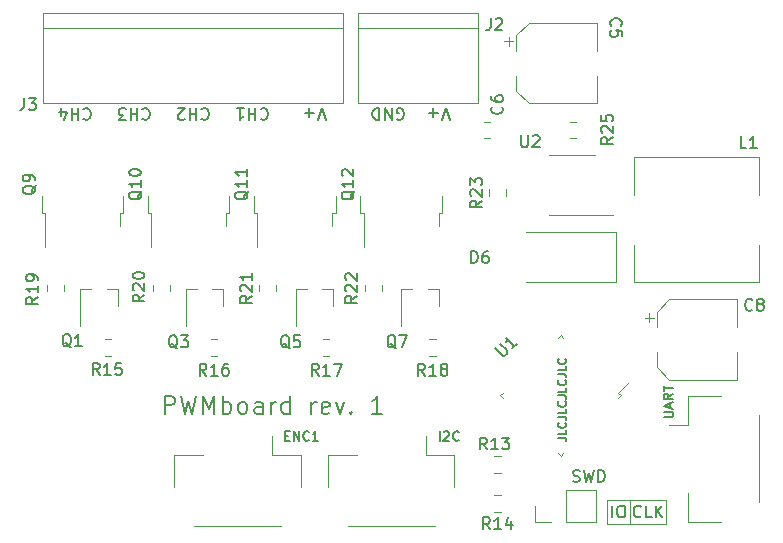
<source format=gbr>
G04 #@! TF.GenerationSoftware,KiCad,Pcbnew,(5.1.5)-3*
G04 #@! TF.CreationDate,2020-11-24T12:16:53+03:00*
G04 #@! TF.ProjectId,fast-pwm,66617374-2d70-4776-9d2e-6b696361645f,rev?*
G04 #@! TF.SameCoordinates,Original*
G04 #@! TF.FileFunction,Legend,Top*
G04 #@! TF.FilePolarity,Positive*
%FSLAX46Y46*%
G04 Gerber Fmt 4.6, Leading zero omitted, Abs format (unit mm)*
G04 Created by KiCad (PCBNEW (5.1.5)-3) date 2020-11-24 12:16:53*
%MOMM*%
%LPD*%
G04 APERTURE LIST*
%ADD10C,0.150000*%
%ADD11C,0.120000*%
G04 APERTURE END LIST*
D10*
X73116666Y-153733333D02*
X73616666Y-153733333D01*
X73716666Y-153766666D01*
X73783333Y-153833333D01*
X73816666Y-153933333D01*
X73816666Y-154000000D01*
X73816666Y-153066666D02*
X73816666Y-153400000D01*
X73116666Y-153400000D01*
X73750000Y-152433333D02*
X73783333Y-152466666D01*
X73816666Y-152566666D01*
X73816666Y-152633333D01*
X73783333Y-152733333D01*
X73716666Y-152800000D01*
X73650000Y-152833333D01*
X73516666Y-152866666D01*
X73416666Y-152866666D01*
X73283333Y-152833333D01*
X73216666Y-152800000D01*
X73150000Y-152733333D01*
X73116666Y-152633333D01*
X73116666Y-152566666D01*
X73150000Y-152466666D01*
X73183333Y-152433333D01*
X73116666Y-151933333D02*
X73616666Y-151933333D01*
X73716666Y-151966666D01*
X73783333Y-152033333D01*
X73816666Y-152133333D01*
X73816666Y-152200000D01*
X73816666Y-151266666D02*
X73816666Y-151600000D01*
X73116666Y-151600000D01*
X73750000Y-150633333D02*
X73783333Y-150666666D01*
X73816666Y-150766666D01*
X73816666Y-150833333D01*
X73783333Y-150933333D01*
X73716666Y-151000000D01*
X73650000Y-151033333D01*
X73516666Y-151066666D01*
X73416666Y-151066666D01*
X73283333Y-151033333D01*
X73216666Y-151000000D01*
X73150000Y-150933333D01*
X73116666Y-150833333D01*
X73116666Y-150766666D01*
X73150000Y-150666666D01*
X73183333Y-150633333D01*
X73116666Y-150133333D02*
X73616666Y-150133333D01*
X73716666Y-150166666D01*
X73783333Y-150233333D01*
X73816666Y-150333333D01*
X73816666Y-150400000D01*
X73816666Y-149466666D02*
X73816666Y-149800000D01*
X73116666Y-149800000D01*
X73750000Y-148833333D02*
X73783333Y-148866666D01*
X73816666Y-148966666D01*
X73816666Y-149033333D01*
X73783333Y-149133333D01*
X73716666Y-149200000D01*
X73650000Y-149233333D01*
X73516666Y-149266666D01*
X73416666Y-149266666D01*
X73283333Y-149233333D01*
X73216666Y-149200000D01*
X73150000Y-149133333D01*
X73116666Y-149033333D01*
X73116666Y-148966666D01*
X73150000Y-148866666D01*
X73183333Y-148833333D01*
X73116666Y-148333333D02*
X73616666Y-148333333D01*
X73716666Y-148366666D01*
X73783333Y-148433333D01*
X73816666Y-148533333D01*
X73816666Y-148600000D01*
X73816666Y-147666666D02*
X73816666Y-148000000D01*
X73116666Y-148000000D01*
X73750000Y-147033333D02*
X73783333Y-147066666D01*
X73816666Y-147166666D01*
X73816666Y-147233333D01*
X73783333Y-147333333D01*
X73716666Y-147400000D01*
X73650000Y-147433333D01*
X73516666Y-147466666D01*
X73416666Y-147466666D01*
X73283333Y-147433333D01*
X73216666Y-147400000D01*
X73150000Y-147333333D01*
X73116666Y-147233333D01*
X73116666Y-147166666D01*
X73150000Y-147066666D01*
X73183333Y-147033333D01*
X39821428Y-151678571D02*
X39821428Y-150178571D01*
X40392857Y-150178571D01*
X40535714Y-150250000D01*
X40607142Y-150321428D01*
X40678571Y-150464285D01*
X40678571Y-150678571D01*
X40607142Y-150821428D01*
X40535714Y-150892857D01*
X40392857Y-150964285D01*
X39821428Y-150964285D01*
X41178571Y-150178571D02*
X41535714Y-151678571D01*
X41821428Y-150607142D01*
X42107142Y-151678571D01*
X42464285Y-150178571D01*
X43035714Y-151678571D02*
X43035714Y-150178571D01*
X43535714Y-151250000D01*
X44035714Y-150178571D01*
X44035714Y-151678571D01*
X44750000Y-151678571D02*
X44750000Y-150178571D01*
X44750000Y-150750000D02*
X44892857Y-150678571D01*
X45178571Y-150678571D01*
X45321428Y-150750000D01*
X45392857Y-150821428D01*
X45464285Y-150964285D01*
X45464285Y-151392857D01*
X45392857Y-151535714D01*
X45321428Y-151607142D01*
X45178571Y-151678571D01*
X44892857Y-151678571D01*
X44750000Y-151607142D01*
X46321428Y-151678571D02*
X46178571Y-151607142D01*
X46107142Y-151535714D01*
X46035714Y-151392857D01*
X46035714Y-150964285D01*
X46107142Y-150821428D01*
X46178571Y-150750000D01*
X46321428Y-150678571D01*
X46535714Y-150678571D01*
X46678571Y-150750000D01*
X46750000Y-150821428D01*
X46821428Y-150964285D01*
X46821428Y-151392857D01*
X46750000Y-151535714D01*
X46678571Y-151607142D01*
X46535714Y-151678571D01*
X46321428Y-151678571D01*
X48107142Y-151678571D02*
X48107142Y-150892857D01*
X48035714Y-150750000D01*
X47892857Y-150678571D01*
X47607142Y-150678571D01*
X47464285Y-150750000D01*
X48107142Y-151607142D02*
X47964285Y-151678571D01*
X47607142Y-151678571D01*
X47464285Y-151607142D01*
X47392857Y-151464285D01*
X47392857Y-151321428D01*
X47464285Y-151178571D01*
X47607142Y-151107142D01*
X47964285Y-151107142D01*
X48107142Y-151035714D01*
X48821428Y-151678571D02*
X48821428Y-150678571D01*
X48821428Y-150964285D02*
X48892857Y-150821428D01*
X48964285Y-150750000D01*
X49107142Y-150678571D01*
X49250000Y-150678571D01*
X50392857Y-151678571D02*
X50392857Y-150178571D01*
X50392857Y-151607142D02*
X50250000Y-151678571D01*
X49964285Y-151678571D01*
X49821428Y-151607142D01*
X49750000Y-151535714D01*
X49678571Y-151392857D01*
X49678571Y-150964285D01*
X49750000Y-150821428D01*
X49821428Y-150750000D01*
X49964285Y-150678571D01*
X50250000Y-150678571D01*
X50392857Y-150750000D01*
X52250000Y-151678571D02*
X52250000Y-150678571D01*
X52250000Y-150964285D02*
X52321428Y-150821428D01*
X52392857Y-150750000D01*
X52535714Y-150678571D01*
X52678571Y-150678571D01*
X53750000Y-151607142D02*
X53607142Y-151678571D01*
X53321428Y-151678571D01*
X53178571Y-151607142D01*
X53107142Y-151464285D01*
X53107142Y-150892857D01*
X53178571Y-150750000D01*
X53321428Y-150678571D01*
X53607142Y-150678571D01*
X53750000Y-150750000D01*
X53821428Y-150892857D01*
X53821428Y-151035714D01*
X53107142Y-151178571D01*
X54321428Y-150678571D02*
X54678571Y-151678571D01*
X55035714Y-150678571D01*
X55607142Y-151535714D02*
X55678571Y-151607142D01*
X55607142Y-151678571D01*
X55535714Y-151607142D01*
X55607142Y-151535714D01*
X55607142Y-151678571D01*
X58250000Y-151678571D02*
X57392857Y-151678571D01*
X57821428Y-151678571D02*
X57821428Y-150178571D01*
X57678571Y-150392857D01*
X57535714Y-150535714D01*
X57392857Y-150607142D01*
D11*
X79250000Y-161000000D02*
X79250000Y-159000000D01*
X82250000Y-161000000D02*
X77250000Y-161000000D01*
X82250000Y-159000000D02*
X82250000Y-161000000D01*
X77250000Y-159000000D02*
X82250000Y-159000000D01*
X77250000Y-161000000D02*
X77250000Y-159000000D01*
D10*
X77726190Y-160452380D02*
X77726190Y-159452380D01*
X78392857Y-159452380D02*
X78583333Y-159452380D01*
X78678571Y-159500000D01*
X78773809Y-159595238D01*
X78821428Y-159785714D01*
X78821428Y-160119047D01*
X78773809Y-160309523D01*
X78678571Y-160404761D01*
X78583333Y-160452380D01*
X78392857Y-160452380D01*
X78297619Y-160404761D01*
X78202380Y-160309523D01*
X78154761Y-160119047D01*
X78154761Y-159785714D01*
X78202380Y-159595238D01*
X78297619Y-159500000D01*
X78392857Y-159452380D01*
X80154761Y-160357142D02*
X80107142Y-160404761D01*
X79964285Y-160452380D01*
X79869047Y-160452380D01*
X79726190Y-160404761D01*
X79630952Y-160309523D01*
X79583333Y-160214285D01*
X79535714Y-160023809D01*
X79535714Y-159880952D01*
X79583333Y-159690476D01*
X79630952Y-159595238D01*
X79726190Y-159500000D01*
X79869047Y-159452380D01*
X79964285Y-159452380D01*
X80107142Y-159500000D01*
X80154761Y-159547619D01*
X81059523Y-160452380D02*
X80583333Y-160452380D01*
X80583333Y-159452380D01*
X81392857Y-160452380D02*
X81392857Y-159452380D01*
X81964285Y-160452380D02*
X81535714Y-159880952D01*
X81964285Y-159452380D02*
X81392857Y-160023809D01*
X59511904Y-126750000D02*
X59607142Y-126797619D01*
X59750000Y-126797619D01*
X59892857Y-126750000D01*
X59988095Y-126654761D01*
X60035714Y-126559523D01*
X60083333Y-126369047D01*
X60083333Y-126226190D01*
X60035714Y-126035714D01*
X59988095Y-125940476D01*
X59892857Y-125845238D01*
X59750000Y-125797619D01*
X59654761Y-125797619D01*
X59511904Y-125845238D01*
X59464285Y-125892857D01*
X59464285Y-126226190D01*
X59654761Y-126226190D01*
X59035714Y-125797619D02*
X59035714Y-126797619D01*
X58464285Y-125797619D01*
X58464285Y-126797619D01*
X57988095Y-125797619D02*
X57988095Y-126797619D01*
X57750000Y-126797619D01*
X57607142Y-126750000D01*
X57511904Y-126654761D01*
X57464285Y-126559523D01*
X57416666Y-126369047D01*
X57416666Y-126226190D01*
X57464285Y-126035714D01*
X57511904Y-125940476D01*
X57607142Y-125845238D01*
X57750000Y-125797619D01*
X57988095Y-125797619D01*
X63952380Y-126797619D02*
X63619047Y-125797619D01*
X63285714Y-126797619D01*
X62952380Y-126178571D02*
X62190476Y-126178571D01*
X62571428Y-125797619D02*
X62571428Y-126559523D01*
X53452380Y-126797619D02*
X53119047Y-125797619D01*
X52785714Y-126797619D01*
X52452380Y-126178571D02*
X51690476Y-126178571D01*
X52071428Y-125797619D02*
X52071428Y-126559523D01*
X47940476Y-125892857D02*
X47988095Y-125845238D01*
X48130952Y-125797619D01*
X48226190Y-125797619D01*
X48369047Y-125845238D01*
X48464285Y-125940476D01*
X48511904Y-126035714D01*
X48559523Y-126226190D01*
X48559523Y-126369047D01*
X48511904Y-126559523D01*
X48464285Y-126654761D01*
X48369047Y-126750000D01*
X48226190Y-126797619D01*
X48130952Y-126797619D01*
X47988095Y-126750000D01*
X47940476Y-126702380D01*
X47511904Y-125797619D02*
X47511904Y-126797619D01*
X47511904Y-126321428D02*
X46940476Y-126321428D01*
X46940476Y-125797619D02*
X46940476Y-126797619D01*
X45940476Y-125797619D02*
X46511904Y-125797619D01*
X46226190Y-125797619D02*
X46226190Y-126797619D01*
X46321428Y-126654761D01*
X46416666Y-126559523D01*
X46511904Y-126511904D01*
X42940476Y-125892857D02*
X42988095Y-125845238D01*
X43130952Y-125797619D01*
X43226190Y-125797619D01*
X43369047Y-125845238D01*
X43464285Y-125940476D01*
X43511904Y-126035714D01*
X43559523Y-126226190D01*
X43559523Y-126369047D01*
X43511904Y-126559523D01*
X43464285Y-126654761D01*
X43369047Y-126750000D01*
X43226190Y-126797619D01*
X43130952Y-126797619D01*
X42988095Y-126750000D01*
X42940476Y-126702380D01*
X42511904Y-125797619D02*
X42511904Y-126797619D01*
X42511904Y-126321428D02*
X41940476Y-126321428D01*
X41940476Y-125797619D02*
X41940476Y-126797619D01*
X41511904Y-126702380D02*
X41464285Y-126750000D01*
X41369047Y-126797619D01*
X41130952Y-126797619D01*
X41035714Y-126750000D01*
X40988095Y-126702380D01*
X40940476Y-126607142D01*
X40940476Y-126511904D01*
X40988095Y-126369047D01*
X41559523Y-125797619D01*
X40940476Y-125797619D01*
X37940476Y-125892857D02*
X37988095Y-125845238D01*
X38130952Y-125797619D01*
X38226190Y-125797619D01*
X38369047Y-125845238D01*
X38464285Y-125940476D01*
X38511904Y-126035714D01*
X38559523Y-126226190D01*
X38559523Y-126369047D01*
X38511904Y-126559523D01*
X38464285Y-126654761D01*
X38369047Y-126750000D01*
X38226190Y-126797619D01*
X38130952Y-126797619D01*
X37988095Y-126750000D01*
X37940476Y-126702380D01*
X37511904Y-125797619D02*
X37511904Y-126797619D01*
X37511904Y-126321428D02*
X36940476Y-126321428D01*
X36940476Y-125797619D02*
X36940476Y-126797619D01*
X36559523Y-126797619D02*
X35940476Y-126797619D01*
X36273809Y-126416666D01*
X36130952Y-126416666D01*
X36035714Y-126369047D01*
X35988095Y-126321428D01*
X35940476Y-126226190D01*
X35940476Y-125988095D01*
X35988095Y-125892857D01*
X36035714Y-125845238D01*
X36130952Y-125797619D01*
X36416666Y-125797619D01*
X36511904Y-125845238D01*
X36559523Y-125892857D01*
X32940476Y-125892857D02*
X32988095Y-125845238D01*
X33130952Y-125797619D01*
X33226190Y-125797619D01*
X33369047Y-125845238D01*
X33464285Y-125940476D01*
X33511904Y-126035714D01*
X33559523Y-126226190D01*
X33559523Y-126369047D01*
X33511904Y-126559523D01*
X33464285Y-126654761D01*
X33369047Y-126750000D01*
X33226190Y-126797619D01*
X33130952Y-126797619D01*
X32988095Y-126750000D01*
X32940476Y-126702380D01*
X32511904Y-125797619D02*
X32511904Y-126797619D01*
X32511904Y-126321428D02*
X31940476Y-126321428D01*
X31940476Y-125797619D02*
X31940476Y-126797619D01*
X31035714Y-126464285D02*
X31035714Y-125797619D01*
X31273809Y-126845238D02*
X31511904Y-126130952D01*
X30892857Y-126130952D01*
D11*
X45030000Y-134720000D02*
X45030000Y-135820000D01*
X45300000Y-134720000D02*
X45030000Y-134720000D01*
X45300000Y-133220000D02*
X45300000Y-134720000D01*
X38670000Y-134720000D02*
X38670000Y-137550000D01*
X38400000Y-134720000D02*
X38670000Y-134720000D01*
X38400000Y-133220000D02*
X38400000Y-134720000D01*
X36030000Y-134720000D02*
X36030000Y-135820000D01*
X36300000Y-134720000D02*
X36030000Y-134720000D01*
X36300000Y-133220000D02*
X36300000Y-134720000D01*
X29670000Y-134720000D02*
X29670000Y-137550000D01*
X29400000Y-134720000D02*
X29670000Y-134720000D01*
X29400000Y-133220000D02*
X29400000Y-134720000D01*
X71170000Y-160830000D02*
X71170000Y-159500000D01*
X72500000Y-160830000D02*
X71170000Y-160830000D01*
X73770000Y-160830000D02*
X73770000Y-158170000D01*
X73770000Y-158170000D02*
X76370000Y-158170000D01*
X73770000Y-160830000D02*
X76370000Y-160830000D01*
X76370000Y-160830000D02*
X76370000Y-158170000D01*
X62690000Y-161160000D02*
X55310000Y-161160000D01*
X53640000Y-155140000D02*
X56090000Y-155140000D01*
X53640000Y-157890000D02*
X53640000Y-155140000D01*
X61910000Y-155140000D02*
X61910000Y-153550000D01*
X64360000Y-155140000D02*
X61910000Y-155140000D01*
X64360000Y-157890000D02*
X64360000Y-155140000D01*
X90160000Y-151810000D02*
X90160000Y-159190000D01*
X84140000Y-160860000D02*
X84140000Y-158410000D01*
X86890000Y-160860000D02*
X84140000Y-160860000D01*
X84140000Y-152590000D02*
X82550000Y-152590000D01*
X84140000Y-150140000D02*
X84140000Y-152590000D01*
X86890000Y-150140000D02*
X84140000Y-150140000D01*
X49690000Y-161160000D02*
X42310000Y-161160000D01*
X40640000Y-155140000D02*
X43090000Y-155140000D01*
X40640000Y-157890000D02*
X40640000Y-155140000D01*
X48910000Y-155140000D02*
X48910000Y-153550000D01*
X51360000Y-155140000D02*
X48910000Y-155140000D01*
X51360000Y-157890000D02*
X51360000Y-155140000D01*
X80856250Y-143158750D02*
X80856250Y-143946250D01*
X80462500Y-143552500D02*
X81250000Y-143552500D01*
X81490000Y-147745563D02*
X82554437Y-148810000D01*
X81490000Y-143054437D02*
X82554437Y-141990000D01*
X81490000Y-143054437D02*
X81490000Y-144340000D01*
X81490000Y-147745563D02*
X81490000Y-146460000D01*
X82554437Y-148810000D02*
X88310000Y-148810000D01*
X82554437Y-141990000D02*
X88310000Y-141990000D01*
X88310000Y-141990000D02*
X88310000Y-144340000D01*
X88310000Y-148810000D02*
X88310000Y-146460000D01*
X68956250Y-119758750D02*
X68956250Y-120546250D01*
X68562500Y-120152500D02*
X69350000Y-120152500D01*
X69590000Y-124345563D02*
X70654437Y-125410000D01*
X69590000Y-119654437D02*
X70654437Y-118590000D01*
X69590000Y-119654437D02*
X69590000Y-120940000D01*
X69590000Y-124345563D02*
X69590000Y-123060000D01*
X70654437Y-125410000D02*
X76410000Y-125410000D01*
X70654437Y-118590000D02*
X76410000Y-118590000D01*
X76410000Y-118590000D02*
X76410000Y-120940000D01*
X76410000Y-125410000D02*
X76410000Y-123060000D01*
X54940000Y-125410000D02*
X54940000Y-117790000D01*
X29540000Y-125410000D02*
X29540000Y-117790000D01*
X54940000Y-125410000D02*
X29540000Y-125410000D01*
X54940000Y-119060000D02*
X29540000Y-119060000D01*
X54940000Y-117790000D02*
X29540000Y-117790000D01*
X66340000Y-117790000D02*
X56180000Y-117790000D01*
X66340000Y-125410000D02*
X66340000Y-117790000D01*
X56180000Y-125410000D02*
X66340000Y-125410000D01*
X56180000Y-117790000D02*
X56180000Y-125410000D01*
X56180000Y-119060000D02*
X66340000Y-119060000D01*
X78245449Y-149907638D02*
X79175294Y-148977793D01*
X78457581Y-150119770D02*
X78245449Y-149907638D01*
X78245449Y-150331902D02*
X78457581Y-150119770D01*
X73352270Y-155225081D02*
X73140138Y-155012949D01*
X73564402Y-155012949D02*
X73352270Y-155225081D01*
X73352270Y-145014459D02*
X73564402Y-145226591D01*
X73140138Y-145226591D02*
X73352270Y-145014459D01*
X68246959Y-150119770D02*
X68459091Y-150331902D01*
X68459091Y-149907638D02*
X68246959Y-150119770D01*
X67738748Y-159960000D02*
X68261252Y-159960000D01*
X67738748Y-158540000D02*
X68261252Y-158540000D01*
X67738748Y-156710000D02*
X68261252Y-156710000D01*
X67738748Y-155290000D02*
X68261252Y-155290000D01*
X63030000Y-141090000D02*
X63030000Y-142550000D01*
X59870000Y-141090000D02*
X59870000Y-144250000D01*
X59870000Y-141090000D02*
X60800000Y-141090000D01*
X63030000Y-141090000D02*
X62100000Y-141090000D01*
X54080000Y-141090000D02*
X54080000Y-142550000D01*
X50920000Y-141090000D02*
X50920000Y-144250000D01*
X50920000Y-141090000D02*
X51850000Y-141090000D01*
X54080000Y-141090000D02*
X53150000Y-141090000D01*
X44780000Y-141090000D02*
X44780000Y-142550000D01*
X41620000Y-141090000D02*
X41620000Y-144250000D01*
X41620000Y-141090000D02*
X42550000Y-141090000D01*
X44780000Y-141090000D02*
X43850000Y-141090000D01*
X35830000Y-141090000D02*
X35830000Y-142550000D01*
X32670000Y-141090000D02*
X32670000Y-144250000D01*
X32670000Y-141090000D02*
X33600000Y-141090000D01*
X35830000Y-141090000D02*
X34900000Y-141090000D01*
X78000000Y-140550000D02*
X70450000Y-140550000D01*
X78000000Y-136250000D02*
X70450000Y-136250000D01*
X78000000Y-140550000D02*
X78000000Y-136250000D01*
X74350000Y-134860000D02*
X77800000Y-134860000D01*
X74350000Y-134860000D02*
X72400000Y-134860000D01*
X74350000Y-129740000D02*
X76300000Y-129740000D01*
X74350000Y-129740000D02*
X72400000Y-129740000D01*
X74661252Y-126940000D02*
X74138748Y-126940000D01*
X74661252Y-128360000D02*
X74138748Y-128360000D01*
X68710000Y-133211252D02*
X68710000Y-132688748D01*
X67290000Y-133211252D02*
X67290000Y-132688748D01*
X56790000Y-140738748D02*
X56790000Y-141261252D01*
X58210000Y-140738748D02*
X58210000Y-141261252D01*
X47840000Y-140738748D02*
X47840000Y-141261252D01*
X49260000Y-140738748D02*
X49260000Y-141261252D01*
X38840000Y-140738748D02*
X38840000Y-141261252D01*
X40260000Y-140738748D02*
X40260000Y-141261252D01*
X29840000Y-140738748D02*
X29840000Y-141261252D01*
X31260000Y-140738748D02*
X31260000Y-141261252D01*
X62238748Y-146810000D02*
X62761252Y-146810000D01*
X62238748Y-145390000D02*
X62761252Y-145390000D01*
X53238748Y-146760000D02*
X53761252Y-146760000D01*
X53238748Y-145340000D02*
X53761252Y-145340000D01*
X43738748Y-146760000D02*
X44261252Y-146760000D01*
X43738748Y-145340000D02*
X44261252Y-145340000D01*
X34738748Y-146810000D02*
X35261252Y-146810000D01*
X34738748Y-145390000D02*
X35261252Y-145390000D01*
X63030000Y-134720000D02*
X63030000Y-135820000D01*
X63300000Y-134720000D02*
X63030000Y-134720000D01*
X63300000Y-133220000D02*
X63300000Y-134720000D01*
X56670000Y-134720000D02*
X56670000Y-137550000D01*
X56400000Y-134720000D02*
X56670000Y-134720000D01*
X56400000Y-133220000D02*
X56400000Y-134720000D01*
X54030000Y-134720000D02*
X54030000Y-135820000D01*
X54300000Y-134720000D02*
X54030000Y-134720000D01*
X54300000Y-133220000D02*
X54300000Y-134720000D01*
X47670000Y-134720000D02*
X47670000Y-137550000D01*
X47400000Y-134720000D02*
X47670000Y-134720000D01*
X47400000Y-133220000D02*
X47400000Y-134720000D01*
X90150000Y-129950000D02*
X90150000Y-133150000D01*
X79550000Y-129950000D02*
X90150000Y-129950000D01*
X79550000Y-133150000D02*
X79550000Y-129950000D01*
X79550000Y-140550000D02*
X79550000Y-137350000D01*
X90150000Y-140550000D02*
X79550000Y-140550000D01*
X90150000Y-137350000D02*
X90150000Y-140550000D01*
X67361252Y-126940000D02*
X66838748Y-126940000D01*
X67361252Y-128360000D02*
X66838748Y-128360000D01*
D10*
X37897619Y-132821428D02*
X37850000Y-132916666D01*
X37754761Y-133011904D01*
X37611904Y-133154761D01*
X37564285Y-133250000D01*
X37564285Y-133345238D01*
X37802380Y-133297619D02*
X37754761Y-133392857D01*
X37659523Y-133488095D01*
X37469047Y-133535714D01*
X37135714Y-133535714D01*
X36945238Y-133488095D01*
X36850000Y-133392857D01*
X36802380Y-133297619D01*
X36802380Y-133107142D01*
X36850000Y-133011904D01*
X36945238Y-132916666D01*
X37135714Y-132869047D01*
X37469047Y-132869047D01*
X37659523Y-132916666D01*
X37754761Y-133011904D01*
X37802380Y-133107142D01*
X37802380Y-133297619D01*
X37802380Y-131916666D02*
X37802380Y-132488095D01*
X37802380Y-132202380D02*
X36802380Y-132202380D01*
X36945238Y-132297619D01*
X37040476Y-132392857D01*
X37088095Y-132488095D01*
X36802380Y-131297619D02*
X36802380Y-131202380D01*
X36850000Y-131107142D01*
X36897619Y-131059523D01*
X36992857Y-131011904D01*
X37183333Y-130964285D01*
X37421428Y-130964285D01*
X37611904Y-131011904D01*
X37707142Y-131059523D01*
X37754761Y-131107142D01*
X37802380Y-131202380D01*
X37802380Y-131297619D01*
X37754761Y-131392857D01*
X37707142Y-131440476D01*
X37611904Y-131488095D01*
X37421428Y-131535714D01*
X37183333Y-131535714D01*
X36992857Y-131488095D01*
X36897619Y-131440476D01*
X36850000Y-131392857D01*
X36802380Y-131297619D01*
X28897619Y-132345238D02*
X28850000Y-132440476D01*
X28754761Y-132535714D01*
X28611904Y-132678571D01*
X28564285Y-132773809D01*
X28564285Y-132869047D01*
X28802380Y-132821428D02*
X28754761Y-132916666D01*
X28659523Y-133011904D01*
X28469047Y-133059523D01*
X28135714Y-133059523D01*
X27945238Y-133011904D01*
X27850000Y-132916666D01*
X27802380Y-132821428D01*
X27802380Y-132630952D01*
X27850000Y-132535714D01*
X27945238Y-132440476D01*
X28135714Y-132392857D01*
X28469047Y-132392857D01*
X28659523Y-132440476D01*
X28754761Y-132535714D01*
X28802380Y-132630952D01*
X28802380Y-132821428D01*
X28802380Y-131916666D02*
X28802380Y-131726190D01*
X28754761Y-131630952D01*
X28707142Y-131583333D01*
X28564285Y-131488095D01*
X28373809Y-131440476D01*
X27992857Y-131440476D01*
X27897619Y-131488095D01*
X27850000Y-131535714D01*
X27802380Y-131630952D01*
X27802380Y-131821428D01*
X27850000Y-131916666D01*
X27897619Y-131964285D01*
X27992857Y-132011904D01*
X28230952Y-132011904D01*
X28326190Y-131964285D01*
X28373809Y-131916666D01*
X28421428Y-131821428D01*
X28421428Y-131630952D01*
X28373809Y-131535714D01*
X28326190Y-131488095D01*
X28230952Y-131440476D01*
X74392857Y-157404761D02*
X74535714Y-157452380D01*
X74773809Y-157452380D01*
X74869047Y-157404761D01*
X74916666Y-157357142D01*
X74964285Y-157261904D01*
X74964285Y-157166666D01*
X74916666Y-157071428D01*
X74869047Y-157023809D01*
X74773809Y-156976190D01*
X74583333Y-156928571D01*
X74488095Y-156880952D01*
X74440476Y-156833333D01*
X74392857Y-156738095D01*
X74392857Y-156642857D01*
X74440476Y-156547619D01*
X74488095Y-156500000D01*
X74583333Y-156452380D01*
X74821428Y-156452380D01*
X74964285Y-156500000D01*
X75297619Y-156452380D02*
X75535714Y-157452380D01*
X75726190Y-156738095D01*
X75916666Y-157452380D01*
X76154761Y-156452380D01*
X76535714Y-157452380D02*
X76535714Y-156452380D01*
X76773809Y-156452380D01*
X76916666Y-156500000D01*
X77011904Y-156595238D01*
X77059523Y-156690476D01*
X77107142Y-156880952D01*
X77107142Y-157023809D01*
X77059523Y-157214285D01*
X77011904Y-157309523D01*
X76916666Y-157404761D01*
X76773809Y-157452380D01*
X76535714Y-157452380D01*
X63119047Y-153961904D02*
X63119047Y-153161904D01*
X63461904Y-153238095D02*
X63500000Y-153200000D01*
X63576190Y-153161904D01*
X63766666Y-153161904D01*
X63842857Y-153200000D01*
X63880952Y-153238095D01*
X63919047Y-153314285D01*
X63919047Y-153390476D01*
X63880952Y-153504761D01*
X63423809Y-153961904D01*
X63919047Y-153961904D01*
X64719047Y-153885714D02*
X64680952Y-153923809D01*
X64566666Y-153961904D01*
X64490476Y-153961904D01*
X64376190Y-153923809D01*
X64300000Y-153847619D01*
X64261904Y-153771428D01*
X64223809Y-153619047D01*
X64223809Y-153504761D01*
X64261904Y-153352380D01*
X64300000Y-153276190D01*
X64376190Y-153200000D01*
X64490476Y-153161904D01*
X64566666Y-153161904D01*
X64680952Y-153200000D01*
X64719047Y-153238095D01*
X82061904Y-151976190D02*
X82709523Y-151976190D01*
X82785714Y-151938095D01*
X82823809Y-151900000D01*
X82861904Y-151823809D01*
X82861904Y-151671428D01*
X82823809Y-151595238D01*
X82785714Y-151557142D01*
X82709523Y-151519047D01*
X82061904Y-151519047D01*
X82633333Y-151176190D02*
X82633333Y-150795238D01*
X82861904Y-151252380D02*
X82061904Y-150985714D01*
X82861904Y-150719047D01*
X82861904Y-149995238D02*
X82480952Y-150261904D01*
X82861904Y-150452380D02*
X82061904Y-150452380D01*
X82061904Y-150147619D01*
X82100000Y-150071428D01*
X82138095Y-150033333D01*
X82214285Y-149995238D01*
X82328571Y-149995238D01*
X82404761Y-150033333D01*
X82442857Y-150071428D01*
X82480952Y-150147619D01*
X82480952Y-150452380D01*
X82061904Y-149766666D02*
X82061904Y-149309523D01*
X82861904Y-149538095D02*
X82061904Y-149538095D01*
X50028571Y-153542857D02*
X50295238Y-153542857D01*
X50409523Y-153961904D02*
X50028571Y-153961904D01*
X50028571Y-153161904D01*
X50409523Y-153161904D01*
X50752380Y-153961904D02*
X50752380Y-153161904D01*
X51209523Y-153961904D01*
X51209523Y-153161904D01*
X52047619Y-153885714D02*
X52009523Y-153923809D01*
X51895238Y-153961904D01*
X51819047Y-153961904D01*
X51704761Y-153923809D01*
X51628571Y-153847619D01*
X51590476Y-153771428D01*
X51552380Y-153619047D01*
X51552380Y-153504761D01*
X51590476Y-153352380D01*
X51628571Y-153276190D01*
X51704761Y-153200000D01*
X51819047Y-153161904D01*
X51895238Y-153161904D01*
X52009523Y-153200000D01*
X52047619Y-153238095D01*
X52809523Y-153961904D02*
X52352380Y-153961904D01*
X52580952Y-153961904D02*
X52580952Y-153161904D01*
X52504761Y-153276190D01*
X52428571Y-153352380D01*
X52352380Y-153390476D01*
X89583333Y-142857142D02*
X89535714Y-142904761D01*
X89392857Y-142952380D01*
X89297619Y-142952380D01*
X89154761Y-142904761D01*
X89059523Y-142809523D01*
X89011904Y-142714285D01*
X88964285Y-142523809D01*
X88964285Y-142380952D01*
X89011904Y-142190476D01*
X89059523Y-142095238D01*
X89154761Y-142000000D01*
X89297619Y-141952380D01*
X89392857Y-141952380D01*
X89535714Y-142000000D01*
X89583333Y-142047619D01*
X90154761Y-142380952D02*
X90059523Y-142333333D01*
X90011904Y-142285714D01*
X89964285Y-142190476D01*
X89964285Y-142142857D01*
X90011904Y-142047619D01*
X90059523Y-142000000D01*
X90154761Y-141952380D01*
X90345238Y-141952380D01*
X90440476Y-142000000D01*
X90488095Y-142047619D01*
X90535714Y-142142857D01*
X90535714Y-142190476D01*
X90488095Y-142285714D01*
X90440476Y-142333333D01*
X90345238Y-142380952D01*
X90154761Y-142380952D01*
X90059523Y-142428571D01*
X90011904Y-142476190D01*
X89964285Y-142571428D01*
X89964285Y-142761904D01*
X90011904Y-142857142D01*
X90059523Y-142904761D01*
X90154761Y-142952380D01*
X90345238Y-142952380D01*
X90440476Y-142904761D01*
X90488095Y-142857142D01*
X90535714Y-142761904D01*
X90535714Y-142571428D01*
X90488095Y-142476190D01*
X90440476Y-142428571D01*
X90345238Y-142380952D01*
X77642857Y-118833333D02*
X77595238Y-118785714D01*
X77547619Y-118642857D01*
X77547619Y-118547619D01*
X77595238Y-118404761D01*
X77690476Y-118309523D01*
X77785714Y-118261904D01*
X77976190Y-118214285D01*
X78119047Y-118214285D01*
X78309523Y-118261904D01*
X78404761Y-118309523D01*
X78500000Y-118404761D01*
X78547619Y-118547619D01*
X78547619Y-118642857D01*
X78500000Y-118785714D01*
X78452380Y-118833333D01*
X78547619Y-119738095D02*
X78547619Y-119261904D01*
X78071428Y-119214285D01*
X78119047Y-119261904D01*
X78166666Y-119357142D01*
X78166666Y-119595238D01*
X78119047Y-119690476D01*
X78071428Y-119738095D01*
X77976190Y-119785714D01*
X77738095Y-119785714D01*
X77642857Y-119738095D01*
X77595238Y-119690476D01*
X77547619Y-119595238D01*
X77547619Y-119357142D01*
X77595238Y-119261904D01*
X77642857Y-119214285D01*
X27916666Y-124952380D02*
X27916666Y-125666666D01*
X27869047Y-125809523D01*
X27773809Y-125904761D01*
X27630952Y-125952380D01*
X27535714Y-125952380D01*
X28297619Y-124952380D02*
X28916666Y-124952380D01*
X28583333Y-125333333D01*
X28726190Y-125333333D01*
X28821428Y-125380952D01*
X28869047Y-125428571D01*
X28916666Y-125523809D01*
X28916666Y-125761904D01*
X28869047Y-125857142D01*
X28821428Y-125904761D01*
X28726190Y-125952380D01*
X28440476Y-125952380D01*
X28345238Y-125904761D01*
X28297619Y-125857142D01*
X67416666Y-118202380D02*
X67416666Y-118916666D01*
X67369047Y-119059523D01*
X67273809Y-119154761D01*
X67130952Y-119202380D01*
X67035714Y-119202380D01*
X67845238Y-118297619D02*
X67892857Y-118250000D01*
X67988095Y-118202380D01*
X68226190Y-118202380D01*
X68321428Y-118250000D01*
X68369047Y-118297619D01*
X68416666Y-118392857D01*
X68416666Y-118488095D01*
X68369047Y-118630952D01*
X67797619Y-119202380D01*
X68416666Y-119202380D01*
X67824026Y-146151522D02*
X68396446Y-146723942D01*
X68497461Y-146757614D01*
X68564805Y-146757614D01*
X68665820Y-146723942D01*
X68800507Y-146589255D01*
X68834179Y-146488240D01*
X68834179Y-146420896D01*
X68800507Y-146319881D01*
X68228087Y-145747461D01*
X69642301Y-145747461D02*
X69238240Y-146151522D01*
X69440270Y-145949492D02*
X68733164Y-145242385D01*
X68766835Y-145410744D01*
X68766835Y-145545431D01*
X68733164Y-145646446D01*
X67357142Y-161452380D02*
X67023809Y-160976190D01*
X66785714Y-161452380D02*
X66785714Y-160452380D01*
X67166666Y-160452380D01*
X67261904Y-160500000D01*
X67309523Y-160547619D01*
X67357142Y-160642857D01*
X67357142Y-160785714D01*
X67309523Y-160880952D01*
X67261904Y-160928571D01*
X67166666Y-160976190D01*
X66785714Y-160976190D01*
X68309523Y-161452380D02*
X67738095Y-161452380D01*
X68023809Y-161452380D02*
X68023809Y-160452380D01*
X67928571Y-160595238D01*
X67833333Y-160690476D01*
X67738095Y-160738095D01*
X69166666Y-160785714D02*
X69166666Y-161452380D01*
X68928571Y-160404761D02*
X68690476Y-161119047D01*
X69309523Y-161119047D01*
X67107142Y-154702380D02*
X66773809Y-154226190D01*
X66535714Y-154702380D02*
X66535714Y-153702380D01*
X66916666Y-153702380D01*
X67011904Y-153750000D01*
X67059523Y-153797619D01*
X67107142Y-153892857D01*
X67107142Y-154035714D01*
X67059523Y-154130952D01*
X67011904Y-154178571D01*
X66916666Y-154226190D01*
X66535714Y-154226190D01*
X68059523Y-154702380D02*
X67488095Y-154702380D01*
X67773809Y-154702380D02*
X67773809Y-153702380D01*
X67678571Y-153845238D01*
X67583333Y-153940476D01*
X67488095Y-153988095D01*
X68392857Y-153702380D02*
X69011904Y-153702380D01*
X68678571Y-154083333D01*
X68821428Y-154083333D01*
X68916666Y-154130952D01*
X68964285Y-154178571D01*
X69011904Y-154273809D01*
X69011904Y-154511904D01*
X68964285Y-154607142D01*
X68916666Y-154654761D01*
X68821428Y-154702380D01*
X68535714Y-154702380D01*
X68440476Y-154654761D01*
X68392857Y-154607142D01*
X59404761Y-146147619D02*
X59309523Y-146100000D01*
X59214285Y-146004761D01*
X59071428Y-145861904D01*
X58976190Y-145814285D01*
X58880952Y-145814285D01*
X58928571Y-146052380D02*
X58833333Y-146004761D01*
X58738095Y-145909523D01*
X58690476Y-145719047D01*
X58690476Y-145385714D01*
X58738095Y-145195238D01*
X58833333Y-145100000D01*
X58928571Y-145052380D01*
X59119047Y-145052380D01*
X59214285Y-145100000D01*
X59309523Y-145195238D01*
X59357142Y-145385714D01*
X59357142Y-145719047D01*
X59309523Y-145909523D01*
X59214285Y-146004761D01*
X59119047Y-146052380D01*
X58928571Y-146052380D01*
X59690476Y-145052380D02*
X60357142Y-145052380D01*
X59928571Y-146052380D01*
X50404761Y-146147619D02*
X50309523Y-146100000D01*
X50214285Y-146004761D01*
X50071428Y-145861904D01*
X49976190Y-145814285D01*
X49880952Y-145814285D01*
X49928571Y-146052380D02*
X49833333Y-146004761D01*
X49738095Y-145909523D01*
X49690476Y-145719047D01*
X49690476Y-145385714D01*
X49738095Y-145195238D01*
X49833333Y-145100000D01*
X49928571Y-145052380D01*
X50119047Y-145052380D01*
X50214285Y-145100000D01*
X50309523Y-145195238D01*
X50357142Y-145385714D01*
X50357142Y-145719047D01*
X50309523Y-145909523D01*
X50214285Y-146004761D01*
X50119047Y-146052380D01*
X49928571Y-146052380D01*
X51261904Y-145052380D02*
X50785714Y-145052380D01*
X50738095Y-145528571D01*
X50785714Y-145480952D01*
X50880952Y-145433333D01*
X51119047Y-145433333D01*
X51214285Y-145480952D01*
X51261904Y-145528571D01*
X51309523Y-145623809D01*
X51309523Y-145861904D01*
X51261904Y-145957142D01*
X51214285Y-146004761D01*
X51119047Y-146052380D01*
X50880952Y-146052380D01*
X50785714Y-146004761D01*
X50738095Y-145957142D01*
X40904761Y-146147619D02*
X40809523Y-146100000D01*
X40714285Y-146004761D01*
X40571428Y-145861904D01*
X40476190Y-145814285D01*
X40380952Y-145814285D01*
X40428571Y-146052380D02*
X40333333Y-146004761D01*
X40238095Y-145909523D01*
X40190476Y-145719047D01*
X40190476Y-145385714D01*
X40238095Y-145195238D01*
X40333333Y-145100000D01*
X40428571Y-145052380D01*
X40619047Y-145052380D01*
X40714285Y-145100000D01*
X40809523Y-145195238D01*
X40857142Y-145385714D01*
X40857142Y-145719047D01*
X40809523Y-145909523D01*
X40714285Y-146004761D01*
X40619047Y-146052380D01*
X40428571Y-146052380D01*
X41190476Y-145052380D02*
X41809523Y-145052380D01*
X41476190Y-145433333D01*
X41619047Y-145433333D01*
X41714285Y-145480952D01*
X41761904Y-145528571D01*
X41809523Y-145623809D01*
X41809523Y-145861904D01*
X41761904Y-145957142D01*
X41714285Y-146004761D01*
X41619047Y-146052380D01*
X41333333Y-146052380D01*
X41238095Y-146004761D01*
X41190476Y-145957142D01*
X31904761Y-146047619D02*
X31809523Y-146000000D01*
X31714285Y-145904761D01*
X31571428Y-145761904D01*
X31476190Y-145714285D01*
X31380952Y-145714285D01*
X31428571Y-145952380D02*
X31333333Y-145904761D01*
X31238095Y-145809523D01*
X31190476Y-145619047D01*
X31190476Y-145285714D01*
X31238095Y-145095238D01*
X31333333Y-145000000D01*
X31428571Y-144952380D01*
X31619047Y-144952380D01*
X31714285Y-145000000D01*
X31809523Y-145095238D01*
X31857142Y-145285714D01*
X31857142Y-145619047D01*
X31809523Y-145809523D01*
X31714285Y-145904761D01*
X31619047Y-145952380D01*
X31428571Y-145952380D01*
X32809523Y-145952380D02*
X32238095Y-145952380D01*
X32523809Y-145952380D02*
X32523809Y-144952380D01*
X32428571Y-145095238D01*
X32333333Y-145190476D01*
X32238095Y-145238095D01*
X65761904Y-138902380D02*
X65761904Y-137902380D01*
X66000000Y-137902380D01*
X66142857Y-137950000D01*
X66238095Y-138045238D01*
X66285714Y-138140476D01*
X66333333Y-138330952D01*
X66333333Y-138473809D01*
X66285714Y-138664285D01*
X66238095Y-138759523D01*
X66142857Y-138854761D01*
X66000000Y-138902380D01*
X65761904Y-138902380D01*
X67190476Y-137902380D02*
X67000000Y-137902380D01*
X66904761Y-137950000D01*
X66857142Y-137997619D01*
X66761904Y-138140476D01*
X66714285Y-138330952D01*
X66714285Y-138711904D01*
X66761904Y-138807142D01*
X66809523Y-138854761D01*
X66904761Y-138902380D01*
X67095238Y-138902380D01*
X67190476Y-138854761D01*
X67238095Y-138807142D01*
X67285714Y-138711904D01*
X67285714Y-138473809D01*
X67238095Y-138378571D01*
X67190476Y-138330952D01*
X67095238Y-138283333D01*
X66904761Y-138283333D01*
X66809523Y-138330952D01*
X66761904Y-138378571D01*
X66714285Y-138473809D01*
X69988095Y-128102380D02*
X69988095Y-128911904D01*
X70035714Y-129007142D01*
X70083333Y-129054761D01*
X70178571Y-129102380D01*
X70369047Y-129102380D01*
X70464285Y-129054761D01*
X70511904Y-129007142D01*
X70559523Y-128911904D01*
X70559523Y-128102380D01*
X70988095Y-128197619D02*
X71035714Y-128150000D01*
X71130952Y-128102380D01*
X71369047Y-128102380D01*
X71464285Y-128150000D01*
X71511904Y-128197619D01*
X71559523Y-128292857D01*
X71559523Y-128388095D01*
X71511904Y-128530952D01*
X70940476Y-129102380D01*
X71559523Y-129102380D01*
X77770780Y-128256957D02*
X77294590Y-128590290D01*
X77770780Y-128828385D02*
X76770780Y-128828385D01*
X76770780Y-128447433D01*
X76818400Y-128352195D01*
X76866019Y-128304576D01*
X76961257Y-128256957D01*
X77104114Y-128256957D01*
X77199352Y-128304576D01*
X77246971Y-128352195D01*
X77294590Y-128447433D01*
X77294590Y-128828385D01*
X76866019Y-127876004D02*
X76818400Y-127828385D01*
X76770780Y-127733147D01*
X76770780Y-127495052D01*
X76818400Y-127399814D01*
X76866019Y-127352195D01*
X76961257Y-127304576D01*
X77056495Y-127304576D01*
X77199352Y-127352195D01*
X77770780Y-127923623D01*
X77770780Y-127304576D01*
X76770780Y-126399814D02*
X76770780Y-126876004D01*
X77246971Y-126923623D01*
X77199352Y-126876004D01*
X77151733Y-126780766D01*
X77151733Y-126542671D01*
X77199352Y-126447433D01*
X77246971Y-126399814D01*
X77342209Y-126352195D01*
X77580304Y-126352195D01*
X77675542Y-126399814D01*
X77723161Y-126447433D01*
X77770780Y-126542671D01*
X77770780Y-126780766D01*
X77723161Y-126876004D01*
X77675542Y-126923623D01*
X66682180Y-133632757D02*
X66205990Y-133966090D01*
X66682180Y-134204185D02*
X65682180Y-134204185D01*
X65682180Y-133823233D01*
X65729800Y-133727995D01*
X65777419Y-133680376D01*
X65872657Y-133632757D01*
X66015514Y-133632757D01*
X66110752Y-133680376D01*
X66158371Y-133727995D01*
X66205990Y-133823233D01*
X66205990Y-134204185D01*
X65777419Y-133251804D02*
X65729800Y-133204185D01*
X65682180Y-133108947D01*
X65682180Y-132870852D01*
X65729800Y-132775614D01*
X65777419Y-132727995D01*
X65872657Y-132680376D01*
X65967895Y-132680376D01*
X66110752Y-132727995D01*
X66682180Y-133299423D01*
X66682180Y-132680376D01*
X65682180Y-132347042D02*
X65682180Y-131727995D01*
X66063133Y-132061328D01*
X66063133Y-131918471D01*
X66110752Y-131823233D01*
X66158371Y-131775614D01*
X66253609Y-131727995D01*
X66491704Y-131727995D01*
X66586942Y-131775614D01*
X66634561Y-131823233D01*
X66682180Y-131918471D01*
X66682180Y-132204185D01*
X66634561Y-132299423D01*
X66586942Y-132347042D01*
X56102380Y-141692857D02*
X55626190Y-142026190D01*
X56102380Y-142264285D02*
X55102380Y-142264285D01*
X55102380Y-141883333D01*
X55150000Y-141788095D01*
X55197619Y-141740476D01*
X55292857Y-141692857D01*
X55435714Y-141692857D01*
X55530952Y-141740476D01*
X55578571Y-141788095D01*
X55626190Y-141883333D01*
X55626190Y-142264285D01*
X55197619Y-141311904D02*
X55150000Y-141264285D01*
X55102380Y-141169047D01*
X55102380Y-140930952D01*
X55150000Y-140835714D01*
X55197619Y-140788095D01*
X55292857Y-140740476D01*
X55388095Y-140740476D01*
X55530952Y-140788095D01*
X56102380Y-141359523D01*
X56102380Y-140740476D01*
X55197619Y-140359523D02*
X55150000Y-140311904D01*
X55102380Y-140216666D01*
X55102380Y-139978571D01*
X55150000Y-139883333D01*
X55197619Y-139835714D01*
X55292857Y-139788095D01*
X55388095Y-139788095D01*
X55530952Y-139835714D01*
X56102380Y-140407142D01*
X56102380Y-139788095D01*
X47202380Y-141692857D02*
X46726190Y-142026190D01*
X47202380Y-142264285D02*
X46202380Y-142264285D01*
X46202380Y-141883333D01*
X46250000Y-141788095D01*
X46297619Y-141740476D01*
X46392857Y-141692857D01*
X46535714Y-141692857D01*
X46630952Y-141740476D01*
X46678571Y-141788095D01*
X46726190Y-141883333D01*
X46726190Y-142264285D01*
X46297619Y-141311904D02*
X46250000Y-141264285D01*
X46202380Y-141169047D01*
X46202380Y-140930952D01*
X46250000Y-140835714D01*
X46297619Y-140788095D01*
X46392857Y-140740476D01*
X46488095Y-140740476D01*
X46630952Y-140788095D01*
X47202380Y-141359523D01*
X47202380Y-140740476D01*
X47202380Y-139788095D02*
X47202380Y-140359523D01*
X47202380Y-140073809D02*
X46202380Y-140073809D01*
X46345238Y-140169047D01*
X46440476Y-140264285D01*
X46488095Y-140359523D01*
X38102380Y-141592857D02*
X37626190Y-141926190D01*
X38102380Y-142164285D02*
X37102380Y-142164285D01*
X37102380Y-141783333D01*
X37150000Y-141688095D01*
X37197619Y-141640476D01*
X37292857Y-141592857D01*
X37435714Y-141592857D01*
X37530952Y-141640476D01*
X37578571Y-141688095D01*
X37626190Y-141783333D01*
X37626190Y-142164285D01*
X37197619Y-141211904D02*
X37150000Y-141164285D01*
X37102380Y-141069047D01*
X37102380Y-140830952D01*
X37150000Y-140735714D01*
X37197619Y-140688095D01*
X37292857Y-140640476D01*
X37388095Y-140640476D01*
X37530952Y-140688095D01*
X38102380Y-141259523D01*
X38102380Y-140640476D01*
X37102380Y-140021428D02*
X37102380Y-139926190D01*
X37150000Y-139830952D01*
X37197619Y-139783333D01*
X37292857Y-139735714D01*
X37483333Y-139688095D01*
X37721428Y-139688095D01*
X37911904Y-139735714D01*
X38007142Y-139783333D01*
X38054761Y-139830952D01*
X38102380Y-139926190D01*
X38102380Y-140021428D01*
X38054761Y-140116666D01*
X38007142Y-140164285D01*
X37911904Y-140211904D01*
X37721428Y-140259523D01*
X37483333Y-140259523D01*
X37292857Y-140211904D01*
X37197619Y-140164285D01*
X37150000Y-140116666D01*
X37102380Y-140021428D01*
X29102380Y-141792857D02*
X28626190Y-142126190D01*
X29102380Y-142364285D02*
X28102380Y-142364285D01*
X28102380Y-141983333D01*
X28150000Y-141888095D01*
X28197619Y-141840476D01*
X28292857Y-141792857D01*
X28435714Y-141792857D01*
X28530952Y-141840476D01*
X28578571Y-141888095D01*
X28626190Y-141983333D01*
X28626190Y-142364285D01*
X29102380Y-140840476D02*
X29102380Y-141411904D01*
X29102380Y-141126190D02*
X28102380Y-141126190D01*
X28245238Y-141221428D01*
X28340476Y-141316666D01*
X28388095Y-141411904D01*
X29102380Y-140364285D02*
X29102380Y-140173809D01*
X29054761Y-140078571D01*
X29007142Y-140030952D01*
X28864285Y-139935714D01*
X28673809Y-139888095D01*
X28292857Y-139888095D01*
X28197619Y-139935714D01*
X28150000Y-139983333D01*
X28102380Y-140078571D01*
X28102380Y-140269047D01*
X28150000Y-140364285D01*
X28197619Y-140411904D01*
X28292857Y-140459523D01*
X28530952Y-140459523D01*
X28626190Y-140411904D01*
X28673809Y-140364285D01*
X28721428Y-140269047D01*
X28721428Y-140078571D01*
X28673809Y-139983333D01*
X28626190Y-139935714D01*
X28530952Y-139888095D01*
X61857142Y-148452380D02*
X61523809Y-147976190D01*
X61285714Y-148452380D02*
X61285714Y-147452380D01*
X61666666Y-147452380D01*
X61761904Y-147500000D01*
X61809523Y-147547619D01*
X61857142Y-147642857D01*
X61857142Y-147785714D01*
X61809523Y-147880952D01*
X61761904Y-147928571D01*
X61666666Y-147976190D01*
X61285714Y-147976190D01*
X62809523Y-148452380D02*
X62238095Y-148452380D01*
X62523809Y-148452380D02*
X62523809Y-147452380D01*
X62428571Y-147595238D01*
X62333333Y-147690476D01*
X62238095Y-147738095D01*
X63380952Y-147880952D02*
X63285714Y-147833333D01*
X63238095Y-147785714D01*
X63190476Y-147690476D01*
X63190476Y-147642857D01*
X63238095Y-147547619D01*
X63285714Y-147500000D01*
X63380952Y-147452380D01*
X63571428Y-147452380D01*
X63666666Y-147500000D01*
X63714285Y-147547619D01*
X63761904Y-147642857D01*
X63761904Y-147690476D01*
X63714285Y-147785714D01*
X63666666Y-147833333D01*
X63571428Y-147880952D01*
X63380952Y-147880952D01*
X63285714Y-147928571D01*
X63238095Y-147976190D01*
X63190476Y-148071428D01*
X63190476Y-148261904D01*
X63238095Y-148357142D01*
X63285714Y-148404761D01*
X63380952Y-148452380D01*
X63571428Y-148452380D01*
X63666666Y-148404761D01*
X63714285Y-148357142D01*
X63761904Y-148261904D01*
X63761904Y-148071428D01*
X63714285Y-147976190D01*
X63666666Y-147928571D01*
X63571428Y-147880952D01*
X52857142Y-148452380D02*
X52523809Y-147976190D01*
X52285714Y-148452380D02*
X52285714Y-147452380D01*
X52666666Y-147452380D01*
X52761904Y-147500000D01*
X52809523Y-147547619D01*
X52857142Y-147642857D01*
X52857142Y-147785714D01*
X52809523Y-147880952D01*
X52761904Y-147928571D01*
X52666666Y-147976190D01*
X52285714Y-147976190D01*
X53809523Y-148452380D02*
X53238095Y-148452380D01*
X53523809Y-148452380D02*
X53523809Y-147452380D01*
X53428571Y-147595238D01*
X53333333Y-147690476D01*
X53238095Y-147738095D01*
X54142857Y-147452380D02*
X54809523Y-147452380D01*
X54380952Y-148452380D01*
X43357142Y-148452380D02*
X43023809Y-147976190D01*
X42785714Y-148452380D02*
X42785714Y-147452380D01*
X43166666Y-147452380D01*
X43261904Y-147500000D01*
X43309523Y-147547619D01*
X43357142Y-147642857D01*
X43357142Y-147785714D01*
X43309523Y-147880952D01*
X43261904Y-147928571D01*
X43166666Y-147976190D01*
X42785714Y-147976190D01*
X44309523Y-148452380D02*
X43738095Y-148452380D01*
X44023809Y-148452380D02*
X44023809Y-147452380D01*
X43928571Y-147595238D01*
X43833333Y-147690476D01*
X43738095Y-147738095D01*
X45166666Y-147452380D02*
X44976190Y-147452380D01*
X44880952Y-147500000D01*
X44833333Y-147547619D01*
X44738095Y-147690476D01*
X44690476Y-147880952D01*
X44690476Y-148261904D01*
X44738095Y-148357142D01*
X44785714Y-148404761D01*
X44880952Y-148452380D01*
X45071428Y-148452380D01*
X45166666Y-148404761D01*
X45214285Y-148357142D01*
X45261904Y-148261904D01*
X45261904Y-148023809D01*
X45214285Y-147928571D01*
X45166666Y-147880952D01*
X45071428Y-147833333D01*
X44880952Y-147833333D01*
X44785714Y-147880952D01*
X44738095Y-147928571D01*
X44690476Y-148023809D01*
X34307142Y-148402380D02*
X33973809Y-147926190D01*
X33735714Y-148402380D02*
X33735714Y-147402380D01*
X34116666Y-147402380D01*
X34211904Y-147450000D01*
X34259523Y-147497619D01*
X34307142Y-147592857D01*
X34307142Y-147735714D01*
X34259523Y-147830952D01*
X34211904Y-147878571D01*
X34116666Y-147926190D01*
X33735714Y-147926190D01*
X35259523Y-148402380D02*
X34688095Y-148402380D01*
X34973809Y-148402380D02*
X34973809Y-147402380D01*
X34878571Y-147545238D01*
X34783333Y-147640476D01*
X34688095Y-147688095D01*
X36164285Y-147402380D02*
X35688095Y-147402380D01*
X35640476Y-147878571D01*
X35688095Y-147830952D01*
X35783333Y-147783333D01*
X36021428Y-147783333D01*
X36116666Y-147830952D01*
X36164285Y-147878571D01*
X36211904Y-147973809D01*
X36211904Y-148211904D01*
X36164285Y-148307142D01*
X36116666Y-148354761D01*
X36021428Y-148402380D01*
X35783333Y-148402380D01*
X35688095Y-148354761D01*
X35640476Y-148307142D01*
X55897619Y-132821428D02*
X55850000Y-132916666D01*
X55754761Y-133011904D01*
X55611904Y-133154761D01*
X55564285Y-133250000D01*
X55564285Y-133345238D01*
X55802380Y-133297619D02*
X55754761Y-133392857D01*
X55659523Y-133488095D01*
X55469047Y-133535714D01*
X55135714Y-133535714D01*
X54945238Y-133488095D01*
X54850000Y-133392857D01*
X54802380Y-133297619D01*
X54802380Y-133107142D01*
X54850000Y-133011904D01*
X54945238Y-132916666D01*
X55135714Y-132869047D01*
X55469047Y-132869047D01*
X55659523Y-132916666D01*
X55754761Y-133011904D01*
X55802380Y-133107142D01*
X55802380Y-133297619D01*
X55802380Y-131916666D02*
X55802380Y-132488095D01*
X55802380Y-132202380D02*
X54802380Y-132202380D01*
X54945238Y-132297619D01*
X55040476Y-132392857D01*
X55088095Y-132488095D01*
X54897619Y-131535714D02*
X54850000Y-131488095D01*
X54802380Y-131392857D01*
X54802380Y-131154761D01*
X54850000Y-131059523D01*
X54897619Y-131011904D01*
X54992857Y-130964285D01*
X55088095Y-130964285D01*
X55230952Y-131011904D01*
X55802380Y-131583333D01*
X55802380Y-130964285D01*
X46897619Y-132821428D02*
X46850000Y-132916666D01*
X46754761Y-133011904D01*
X46611904Y-133154761D01*
X46564285Y-133250000D01*
X46564285Y-133345238D01*
X46802380Y-133297619D02*
X46754761Y-133392857D01*
X46659523Y-133488095D01*
X46469047Y-133535714D01*
X46135714Y-133535714D01*
X45945238Y-133488095D01*
X45850000Y-133392857D01*
X45802380Y-133297619D01*
X45802380Y-133107142D01*
X45850000Y-133011904D01*
X45945238Y-132916666D01*
X46135714Y-132869047D01*
X46469047Y-132869047D01*
X46659523Y-132916666D01*
X46754761Y-133011904D01*
X46802380Y-133107142D01*
X46802380Y-133297619D01*
X46802380Y-131916666D02*
X46802380Y-132488095D01*
X46802380Y-132202380D02*
X45802380Y-132202380D01*
X45945238Y-132297619D01*
X46040476Y-132392857D01*
X46088095Y-132488095D01*
X46802380Y-130964285D02*
X46802380Y-131535714D01*
X46802380Y-131250000D02*
X45802380Y-131250000D01*
X45945238Y-131345238D01*
X46040476Y-131440476D01*
X46088095Y-131535714D01*
X89083333Y-129202380D02*
X88607142Y-129202380D01*
X88607142Y-128202380D01*
X89940476Y-129202380D02*
X89369047Y-129202380D01*
X89654761Y-129202380D02*
X89654761Y-128202380D01*
X89559523Y-128345238D01*
X89464285Y-128440476D01*
X89369047Y-128488095D01*
X68357142Y-125666666D02*
X68404761Y-125714285D01*
X68452380Y-125857142D01*
X68452380Y-125952380D01*
X68404761Y-126095238D01*
X68309523Y-126190476D01*
X68214285Y-126238095D01*
X68023809Y-126285714D01*
X67880952Y-126285714D01*
X67690476Y-126238095D01*
X67595238Y-126190476D01*
X67500000Y-126095238D01*
X67452380Y-125952380D01*
X67452380Y-125857142D01*
X67500000Y-125714285D01*
X67547619Y-125666666D01*
X67452380Y-124809523D02*
X67452380Y-125000000D01*
X67500000Y-125095238D01*
X67547619Y-125142857D01*
X67690476Y-125238095D01*
X67880952Y-125285714D01*
X68261904Y-125285714D01*
X68357142Y-125238095D01*
X68404761Y-125190476D01*
X68452380Y-125095238D01*
X68452380Y-124904761D01*
X68404761Y-124809523D01*
X68357142Y-124761904D01*
X68261904Y-124714285D01*
X68023809Y-124714285D01*
X67928571Y-124761904D01*
X67880952Y-124809523D01*
X67833333Y-124904761D01*
X67833333Y-125095238D01*
X67880952Y-125190476D01*
X67928571Y-125238095D01*
X68023809Y-125285714D01*
M02*

</source>
